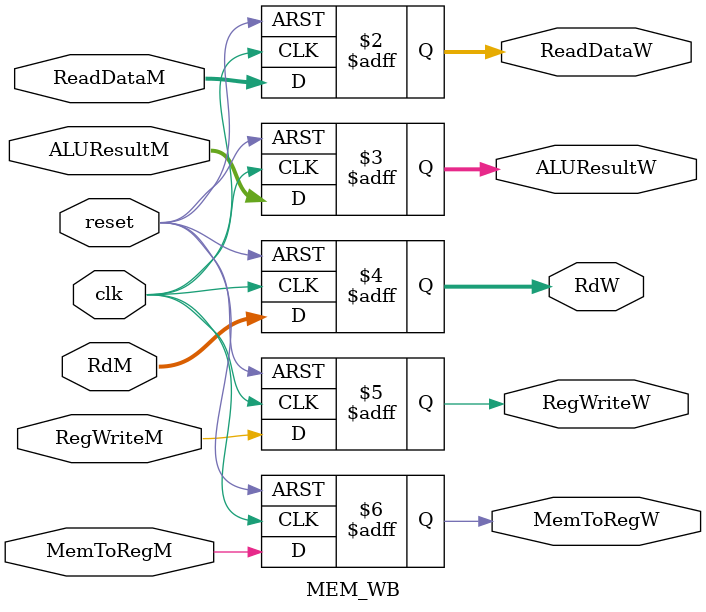
<source format=v>
module MEM_WB (
    input  wire        clk,
    input  wire        reset,

    // From MEM stage
    input  wire [31:0] ReadDataM,
    input  wire [31:0] ALUResultM,
    input  wire [4:0]  RdM,
    input  wire        RegWriteM,
    input  wire        MemToRegM,

    // Outputs to WB stage
    output reg [31:0] ReadDataW,
    output reg [31:0] ALUResultW,
    output reg [4:0]  RdW,
    output reg        RegWriteW,
    output reg        MemToRegW
);

    always @(posedge clk or posedge reset) begin
        if (reset) begin
            ReadDataW   <= 32'b0;
            ALUResultW  <= 32'b0;
            RdW         <= 5'b0;
            RegWriteW   <= 1'b0;
            MemToRegW   <= 1'b0;
        end
        else begin
            ReadDataW   <= ReadDataM;
            ALUResultW  <= ALUResultM;
            RdW         <= RdM;
            RegWriteW   <= RegWriteM;
            MemToRegW   <= MemToRegM;
        end
    end

endmodule

</source>
